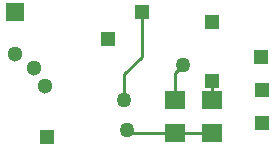
<source format=gbl>
%FSLAX43Y43*%
%MOMM*%
G71*
G01*
G75*
G04 Layer_Physical_Order=2*
%ADD10R,1.650X0.300*%
%ADD11C,0.254*%
%ADD12R,1.300X1.300*%
%ADD13C,1.300*%
%ADD14R,1.500X1.500*%
%ADD15C,1.270*%
%ADD16R,1.800X1.600*%
D11*
X14893Y6743D02*
X15600Y7450D01*
X14893Y4488D02*
Y6743D01*
X18043Y6018D02*
X18100Y6075D01*
X18043Y4488D02*
Y6018D01*
X11187Y1688D02*
X18043D01*
X10900Y1975D02*
X11187Y1688D01*
X10625Y6675D02*
X12100Y8150D01*
X10625Y4500D02*
Y6675D01*
X12100Y8150D02*
Y11975D01*
D12*
X4075Y1375D02*
D03*
X22275Y2525D02*
D03*
Y5325D02*
D03*
X22250Y8150D02*
D03*
X18100Y6075D02*
D03*
X9275Y9650D02*
D03*
X18100Y11075D02*
D03*
X12100Y11975D02*
D03*
D13*
X3900Y5700D02*
D03*
X3025Y7200D02*
D03*
X1375Y8350D02*
D03*
D14*
X1425Y11925D02*
D03*
D15*
X15600Y7450D02*
D03*
X10900Y1975D02*
D03*
X10625Y4500D02*
D03*
D16*
X14893Y1688D02*
D03*
Y4488D02*
D03*
X18043Y1688D02*
D03*
X18043Y4488D02*
D03*
M02*

</source>
